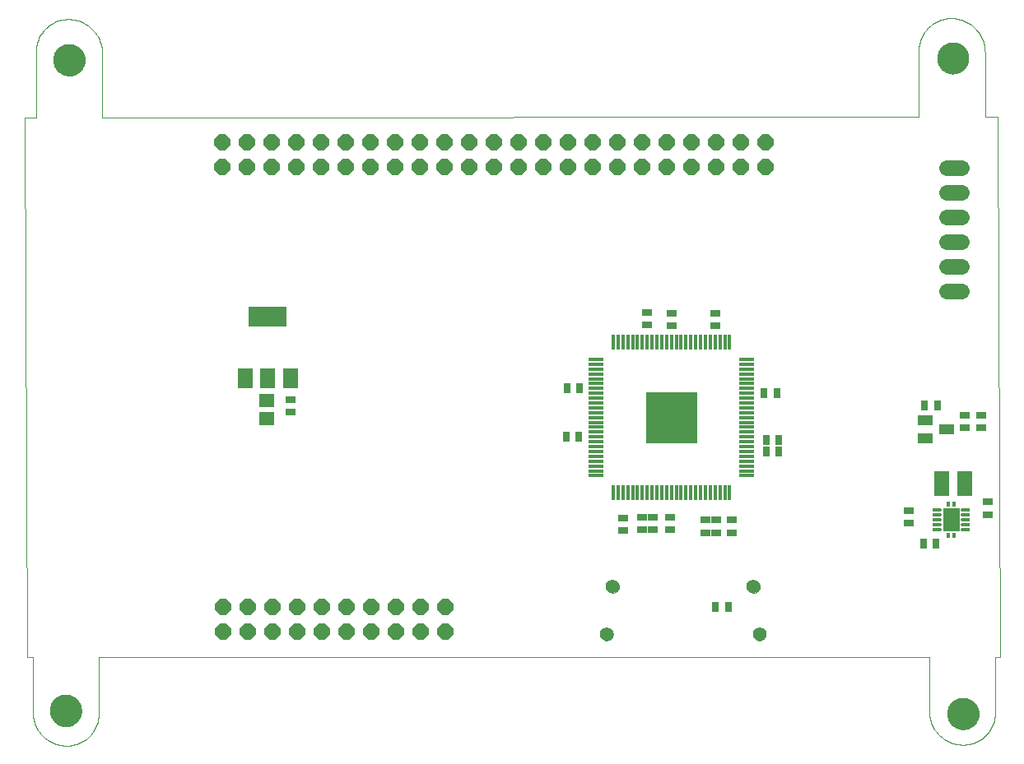
<source format=gts>
G75*
G70*
%OFA0B0*%
%FSLAX24Y24*%
%IPPOS*%
%LPD*%
%AMOC8*
5,1,8,0,0,1.08239X$1,22.5*
%
%ADD10C,0.0000*%
%ADD11C,0.1300*%
%ADD12OC8,0.0640*%
%ADD13R,0.0118X0.0236*%
%ADD14R,0.0669X0.0965*%
%ADD15R,0.0299X0.0138*%
%ADD16C,0.0138*%
%ADD17R,0.0591X0.0985*%
%ADD18R,0.0394X0.0316*%
%ADD19R,0.0316X0.0394*%
%ADD20R,0.0591X0.0434*%
%ADD21R,0.0620X0.0150*%
%ADD22R,0.0150X0.0620*%
%ADD23R,0.2090X0.2090*%
%ADD24C,0.0552*%
%ADD25C,0.0640*%
%ADD26R,0.0631X0.0827*%
%ADD27R,0.1536X0.0827*%
%ADD28R,0.0631X0.0552*%
D10*
X001853Y001821D02*
X001923Y001823D01*
X001993Y001829D01*
X002063Y001838D01*
X002132Y001851D01*
X002201Y001868D01*
X002268Y001889D01*
X002334Y001913D01*
X002398Y001941D01*
X002461Y001972D01*
X002523Y002007D01*
X002582Y002045D01*
X002639Y002086D01*
X002694Y002130D01*
X002746Y002177D01*
X002796Y002227D01*
X002843Y002279D01*
X002887Y002334D01*
X002928Y002391D01*
X002966Y002450D01*
X003001Y002512D01*
X003032Y002575D01*
X003060Y002639D01*
X003084Y002705D01*
X003105Y002772D01*
X003122Y002841D01*
X003135Y002910D01*
X003144Y002980D01*
X003150Y003050D01*
X003152Y003120D01*
X003152Y005403D01*
X036774Y005403D01*
X036774Y003238D01*
X036776Y003166D01*
X036782Y003094D01*
X036791Y003022D01*
X036804Y002951D01*
X036821Y002881D01*
X036841Y002812D01*
X036866Y002744D01*
X036893Y002678D01*
X036924Y002612D01*
X036959Y002549D01*
X036996Y002487D01*
X037037Y002428D01*
X037081Y002371D01*
X037128Y002316D01*
X037178Y002264D01*
X037230Y002214D01*
X037285Y002167D01*
X037342Y002123D01*
X037401Y002082D01*
X037463Y002045D01*
X037526Y002010D01*
X037592Y001979D01*
X037658Y001952D01*
X037726Y001927D01*
X037795Y001907D01*
X037865Y001890D01*
X037936Y001877D01*
X038008Y001868D01*
X038080Y001862D01*
X038152Y001860D01*
X037522Y003120D02*
X037524Y003170D01*
X037530Y003220D01*
X037540Y003269D01*
X037554Y003317D01*
X037571Y003364D01*
X037592Y003409D01*
X037617Y003453D01*
X037645Y003494D01*
X037677Y003533D01*
X037711Y003570D01*
X037748Y003604D01*
X037788Y003634D01*
X037830Y003661D01*
X037874Y003685D01*
X037920Y003706D01*
X037967Y003722D01*
X038015Y003735D01*
X038065Y003744D01*
X038114Y003749D01*
X038165Y003750D01*
X038215Y003747D01*
X038264Y003740D01*
X038313Y003729D01*
X038361Y003714D01*
X038407Y003696D01*
X038452Y003674D01*
X038495Y003648D01*
X038536Y003619D01*
X038575Y003587D01*
X038611Y003552D01*
X038643Y003514D01*
X038673Y003474D01*
X038700Y003431D01*
X038723Y003387D01*
X038742Y003341D01*
X038758Y003293D01*
X038770Y003244D01*
X038778Y003195D01*
X038782Y003145D01*
X038782Y003095D01*
X038778Y003045D01*
X038770Y002996D01*
X038758Y002947D01*
X038742Y002899D01*
X038723Y002853D01*
X038700Y002809D01*
X038673Y002766D01*
X038643Y002726D01*
X038611Y002688D01*
X038575Y002653D01*
X038536Y002621D01*
X038495Y002592D01*
X038452Y002566D01*
X038407Y002544D01*
X038361Y002526D01*
X038313Y002511D01*
X038264Y002500D01*
X038215Y002493D01*
X038165Y002490D01*
X038114Y002491D01*
X038065Y002496D01*
X038015Y002505D01*
X037967Y002518D01*
X037920Y002534D01*
X037874Y002555D01*
X037830Y002579D01*
X037788Y002606D01*
X037748Y002636D01*
X037711Y002670D01*
X037677Y002707D01*
X037645Y002746D01*
X037617Y002787D01*
X037592Y002831D01*
X037571Y002876D01*
X037554Y002923D01*
X037540Y002971D01*
X037530Y003020D01*
X037524Y003070D01*
X037522Y003120D01*
X038152Y001860D02*
X038222Y001862D01*
X038292Y001868D01*
X038362Y001877D01*
X038431Y001890D01*
X038500Y001907D01*
X038567Y001928D01*
X038633Y001952D01*
X038697Y001980D01*
X038760Y002011D01*
X038822Y002046D01*
X038881Y002084D01*
X038938Y002125D01*
X038993Y002169D01*
X039045Y002216D01*
X039095Y002266D01*
X039142Y002318D01*
X039186Y002373D01*
X039227Y002430D01*
X039265Y002489D01*
X039300Y002551D01*
X039331Y002614D01*
X039359Y002678D01*
X039383Y002744D01*
X039404Y002811D01*
X039421Y002880D01*
X039434Y002949D01*
X039443Y003019D01*
X039449Y003089D01*
X039451Y003159D01*
X039452Y003159D02*
X039452Y005403D01*
X039649Y005403D01*
X039550Y027332D01*
X039038Y027332D01*
X039038Y029931D01*
X037109Y029694D02*
X037111Y029744D01*
X037117Y029794D01*
X037127Y029843D01*
X037141Y029891D01*
X037158Y029938D01*
X037179Y029983D01*
X037204Y030027D01*
X037232Y030068D01*
X037264Y030107D01*
X037298Y030144D01*
X037335Y030178D01*
X037375Y030208D01*
X037417Y030235D01*
X037461Y030259D01*
X037507Y030280D01*
X037554Y030296D01*
X037602Y030309D01*
X037652Y030318D01*
X037701Y030323D01*
X037752Y030324D01*
X037802Y030321D01*
X037851Y030314D01*
X037900Y030303D01*
X037948Y030288D01*
X037994Y030270D01*
X038039Y030248D01*
X038082Y030222D01*
X038123Y030193D01*
X038162Y030161D01*
X038198Y030126D01*
X038230Y030088D01*
X038260Y030048D01*
X038287Y030005D01*
X038310Y029961D01*
X038329Y029915D01*
X038345Y029867D01*
X038357Y029818D01*
X038365Y029769D01*
X038369Y029719D01*
X038369Y029669D01*
X038365Y029619D01*
X038357Y029570D01*
X038345Y029521D01*
X038329Y029473D01*
X038310Y029427D01*
X038287Y029383D01*
X038260Y029340D01*
X038230Y029300D01*
X038198Y029262D01*
X038162Y029227D01*
X038123Y029195D01*
X038082Y029166D01*
X038039Y029140D01*
X037994Y029118D01*
X037948Y029100D01*
X037900Y029085D01*
X037851Y029074D01*
X037802Y029067D01*
X037752Y029064D01*
X037701Y029065D01*
X037652Y029070D01*
X037602Y029079D01*
X037554Y029092D01*
X037507Y029108D01*
X037461Y029129D01*
X037417Y029153D01*
X037375Y029180D01*
X037335Y029210D01*
X037298Y029244D01*
X037264Y029281D01*
X037232Y029320D01*
X037204Y029361D01*
X037179Y029405D01*
X037158Y029450D01*
X037141Y029497D01*
X037127Y029545D01*
X037117Y029594D01*
X037111Y029644D01*
X037109Y029694D01*
X036361Y030009D02*
X036361Y027332D01*
X003290Y027293D01*
X003290Y029891D01*
X001322Y029616D02*
X001324Y029666D01*
X001330Y029716D01*
X001340Y029765D01*
X001354Y029813D01*
X001371Y029860D01*
X001392Y029905D01*
X001417Y029949D01*
X001445Y029990D01*
X001477Y030029D01*
X001511Y030066D01*
X001548Y030100D01*
X001588Y030130D01*
X001630Y030157D01*
X001674Y030181D01*
X001720Y030202D01*
X001767Y030218D01*
X001815Y030231D01*
X001865Y030240D01*
X001914Y030245D01*
X001965Y030246D01*
X002015Y030243D01*
X002064Y030236D01*
X002113Y030225D01*
X002161Y030210D01*
X002207Y030192D01*
X002252Y030170D01*
X002295Y030144D01*
X002336Y030115D01*
X002375Y030083D01*
X002411Y030048D01*
X002443Y030010D01*
X002473Y029970D01*
X002500Y029927D01*
X002523Y029883D01*
X002542Y029837D01*
X002558Y029789D01*
X002570Y029740D01*
X002578Y029691D01*
X002582Y029641D01*
X002582Y029591D01*
X002578Y029541D01*
X002570Y029492D01*
X002558Y029443D01*
X002542Y029395D01*
X002523Y029349D01*
X002500Y029305D01*
X002473Y029262D01*
X002443Y029222D01*
X002411Y029184D01*
X002375Y029149D01*
X002336Y029117D01*
X002295Y029088D01*
X002252Y029062D01*
X002207Y029040D01*
X002161Y029022D01*
X002113Y029007D01*
X002064Y028996D01*
X002015Y028989D01*
X001965Y028986D01*
X001914Y028987D01*
X001865Y028992D01*
X001815Y029001D01*
X001767Y029014D01*
X001720Y029030D01*
X001674Y029051D01*
X001630Y029075D01*
X001588Y029102D01*
X001548Y029132D01*
X001511Y029166D01*
X001477Y029203D01*
X001445Y029242D01*
X001417Y029283D01*
X001392Y029327D01*
X001371Y029372D01*
X001354Y029419D01*
X001340Y029467D01*
X001330Y029516D01*
X001324Y029566D01*
X001322Y029616D01*
X001912Y031269D02*
X001984Y031267D01*
X002056Y031261D01*
X002128Y031252D01*
X002199Y031239D01*
X002269Y031222D01*
X002338Y031202D01*
X002406Y031177D01*
X002472Y031150D01*
X002538Y031119D01*
X002601Y031084D01*
X002663Y031047D01*
X002722Y031006D01*
X002779Y030962D01*
X002834Y030915D01*
X002886Y030865D01*
X002936Y030813D01*
X002983Y030758D01*
X003027Y030701D01*
X003068Y030642D01*
X003105Y030580D01*
X003140Y030517D01*
X003171Y030451D01*
X003198Y030385D01*
X003223Y030317D01*
X003243Y030248D01*
X003260Y030178D01*
X003273Y030107D01*
X003282Y030035D01*
X003288Y029963D01*
X003290Y029891D01*
X001912Y031269D02*
X001842Y031267D01*
X001772Y031261D01*
X001702Y031252D01*
X001633Y031239D01*
X001564Y031222D01*
X001497Y031201D01*
X001431Y031177D01*
X001367Y031149D01*
X001304Y031118D01*
X001242Y031083D01*
X001183Y031045D01*
X001126Y031004D01*
X001071Y030960D01*
X001019Y030913D01*
X000969Y030863D01*
X000922Y030811D01*
X000878Y030756D01*
X000837Y030699D01*
X000799Y030640D01*
X000764Y030578D01*
X000733Y030515D01*
X000705Y030451D01*
X000681Y030385D01*
X000660Y030318D01*
X000643Y030249D01*
X000630Y030180D01*
X000621Y030110D01*
X000615Y030040D01*
X000613Y029970D01*
X000613Y027293D01*
X000141Y027293D01*
X000239Y005403D01*
X000475Y005403D01*
X000475Y003198D01*
X001184Y003238D02*
X001186Y003288D01*
X001192Y003338D01*
X001202Y003387D01*
X001216Y003435D01*
X001233Y003482D01*
X001254Y003527D01*
X001279Y003571D01*
X001307Y003612D01*
X001339Y003651D01*
X001373Y003688D01*
X001410Y003722D01*
X001450Y003752D01*
X001492Y003779D01*
X001536Y003803D01*
X001582Y003824D01*
X001629Y003840D01*
X001677Y003853D01*
X001727Y003862D01*
X001776Y003867D01*
X001827Y003868D01*
X001877Y003865D01*
X001926Y003858D01*
X001975Y003847D01*
X002023Y003832D01*
X002069Y003814D01*
X002114Y003792D01*
X002157Y003766D01*
X002198Y003737D01*
X002237Y003705D01*
X002273Y003670D01*
X002305Y003632D01*
X002335Y003592D01*
X002362Y003549D01*
X002385Y003505D01*
X002404Y003459D01*
X002420Y003411D01*
X002432Y003362D01*
X002440Y003313D01*
X002444Y003263D01*
X002444Y003213D01*
X002440Y003163D01*
X002432Y003114D01*
X002420Y003065D01*
X002404Y003017D01*
X002385Y002971D01*
X002362Y002927D01*
X002335Y002884D01*
X002305Y002844D01*
X002273Y002806D01*
X002237Y002771D01*
X002198Y002739D01*
X002157Y002710D01*
X002114Y002684D01*
X002069Y002662D01*
X002023Y002644D01*
X001975Y002629D01*
X001926Y002618D01*
X001877Y002611D01*
X001827Y002608D01*
X001776Y002609D01*
X001727Y002614D01*
X001677Y002623D01*
X001629Y002636D01*
X001582Y002652D01*
X001536Y002673D01*
X001492Y002697D01*
X001450Y002724D01*
X001410Y002754D01*
X001373Y002788D01*
X001339Y002825D01*
X001307Y002864D01*
X001279Y002905D01*
X001254Y002949D01*
X001233Y002994D01*
X001216Y003041D01*
X001202Y003089D01*
X001192Y003138D01*
X001186Y003188D01*
X001184Y003238D01*
X000475Y003198D02*
X000477Y003126D01*
X000483Y003054D01*
X000492Y002982D01*
X000505Y002911D01*
X000522Y002841D01*
X000542Y002772D01*
X000567Y002704D01*
X000594Y002638D01*
X000625Y002572D01*
X000660Y002509D01*
X000697Y002447D01*
X000738Y002388D01*
X000782Y002331D01*
X000829Y002276D01*
X000879Y002224D01*
X000931Y002174D01*
X000986Y002127D01*
X001043Y002083D01*
X001102Y002042D01*
X001164Y002005D01*
X001227Y001970D01*
X001293Y001939D01*
X001359Y001912D01*
X001427Y001887D01*
X001496Y001867D01*
X001566Y001850D01*
X001637Y001837D01*
X001709Y001828D01*
X001781Y001822D01*
X001853Y001820D01*
X023467Y006348D02*
X023469Y006379D01*
X023475Y006410D01*
X023484Y006440D01*
X023497Y006469D01*
X023514Y006496D01*
X023534Y006520D01*
X023556Y006542D01*
X023582Y006561D01*
X023609Y006577D01*
X023638Y006589D01*
X023668Y006598D01*
X023699Y006603D01*
X023731Y006604D01*
X023762Y006601D01*
X023793Y006594D01*
X023823Y006584D01*
X023851Y006570D01*
X023877Y006552D01*
X023901Y006532D01*
X023922Y006508D01*
X023941Y006483D01*
X023956Y006455D01*
X023967Y006426D01*
X023975Y006395D01*
X023979Y006364D01*
X023979Y006332D01*
X023975Y006301D01*
X023967Y006270D01*
X023956Y006241D01*
X023941Y006213D01*
X023922Y006188D01*
X023901Y006164D01*
X023877Y006144D01*
X023851Y006126D01*
X023823Y006112D01*
X023793Y006102D01*
X023762Y006095D01*
X023731Y006092D01*
X023699Y006093D01*
X023668Y006098D01*
X023638Y006107D01*
X023609Y006119D01*
X023582Y006135D01*
X023556Y006154D01*
X023534Y006176D01*
X023514Y006200D01*
X023497Y006227D01*
X023484Y006256D01*
X023475Y006286D01*
X023469Y006317D01*
X023467Y006348D01*
X023704Y008277D02*
X023706Y008308D01*
X023712Y008339D01*
X023721Y008369D01*
X023734Y008398D01*
X023751Y008425D01*
X023771Y008449D01*
X023793Y008471D01*
X023819Y008490D01*
X023846Y008506D01*
X023875Y008518D01*
X023905Y008527D01*
X023936Y008532D01*
X023968Y008533D01*
X023999Y008530D01*
X024030Y008523D01*
X024060Y008513D01*
X024088Y008499D01*
X024114Y008481D01*
X024138Y008461D01*
X024159Y008437D01*
X024178Y008412D01*
X024193Y008384D01*
X024204Y008355D01*
X024212Y008324D01*
X024216Y008293D01*
X024216Y008261D01*
X024212Y008230D01*
X024204Y008199D01*
X024193Y008170D01*
X024178Y008142D01*
X024159Y008117D01*
X024138Y008093D01*
X024114Y008073D01*
X024088Y008055D01*
X024060Y008041D01*
X024030Y008031D01*
X023999Y008024D01*
X023968Y008021D01*
X023936Y008022D01*
X023905Y008027D01*
X023875Y008036D01*
X023846Y008048D01*
X023819Y008064D01*
X023793Y008083D01*
X023771Y008105D01*
X023751Y008129D01*
X023734Y008156D01*
X023721Y008185D01*
X023712Y008215D01*
X023706Y008246D01*
X023704Y008277D01*
X029412Y008277D02*
X029414Y008308D01*
X029420Y008339D01*
X029429Y008369D01*
X029442Y008398D01*
X029459Y008425D01*
X029479Y008449D01*
X029501Y008471D01*
X029527Y008490D01*
X029554Y008506D01*
X029583Y008518D01*
X029613Y008527D01*
X029644Y008532D01*
X029676Y008533D01*
X029707Y008530D01*
X029738Y008523D01*
X029768Y008513D01*
X029796Y008499D01*
X029822Y008481D01*
X029846Y008461D01*
X029867Y008437D01*
X029886Y008412D01*
X029901Y008384D01*
X029912Y008355D01*
X029920Y008324D01*
X029924Y008293D01*
X029924Y008261D01*
X029920Y008230D01*
X029912Y008199D01*
X029901Y008170D01*
X029886Y008142D01*
X029867Y008117D01*
X029846Y008093D01*
X029822Y008073D01*
X029796Y008055D01*
X029768Y008041D01*
X029738Y008031D01*
X029707Y008024D01*
X029676Y008021D01*
X029644Y008022D01*
X029613Y008027D01*
X029583Y008036D01*
X029554Y008048D01*
X029527Y008064D01*
X029501Y008083D01*
X029479Y008105D01*
X029459Y008129D01*
X029442Y008156D01*
X029429Y008185D01*
X029420Y008215D01*
X029414Y008246D01*
X029412Y008277D01*
X029648Y006348D02*
X029650Y006379D01*
X029656Y006410D01*
X029665Y006440D01*
X029678Y006469D01*
X029695Y006496D01*
X029715Y006520D01*
X029737Y006542D01*
X029763Y006561D01*
X029790Y006577D01*
X029819Y006589D01*
X029849Y006598D01*
X029880Y006603D01*
X029912Y006604D01*
X029943Y006601D01*
X029974Y006594D01*
X030004Y006584D01*
X030032Y006570D01*
X030058Y006552D01*
X030082Y006532D01*
X030103Y006508D01*
X030122Y006483D01*
X030137Y006455D01*
X030148Y006426D01*
X030156Y006395D01*
X030160Y006364D01*
X030160Y006332D01*
X030156Y006301D01*
X030148Y006270D01*
X030137Y006241D01*
X030122Y006213D01*
X030103Y006188D01*
X030082Y006164D01*
X030058Y006144D01*
X030032Y006126D01*
X030004Y006112D01*
X029974Y006102D01*
X029943Y006095D01*
X029912Y006092D01*
X029880Y006093D01*
X029849Y006098D01*
X029819Y006107D01*
X029790Y006119D01*
X029763Y006135D01*
X029737Y006154D01*
X029715Y006176D01*
X029695Y006200D01*
X029678Y006227D01*
X029665Y006256D01*
X029656Y006286D01*
X029650Y006317D01*
X029648Y006348D01*
X039038Y029931D02*
X039036Y030003D01*
X039030Y030075D01*
X039021Y030147D01*
X039008Y030218D01*
X038991Y030288D01*
X038971Y030357D01*
X038946Y030425D01*
X038919Y030491D01*
X038888Y030557D01*
X038853Y030620D01*
X038816Y030682D01*
X038775Y030741D01*
X038731Y030798D01*
X038684Y030853D01*
X038634Y030905D01*
X038582Y030955D01*
X038527Y031002D01*
X038470Y031046D01*
X038411Y031087D01*
X038349Y031124D01*
X038286Y031159D01*
X038220Y031190D01*
X038154Y031217D01*
X038086Y031242D01*
X038017Y031262D01*
X037947Y031279D01*
X037876Y031292D01*
X037804Y031301D01*
X037732Y031307D01*
X037660Y031309D01*
X037660Y031308D02*
X037590Y031306D01*
X037520Y031300D01*
X037450Y031291D01*
X037381Y031278D01*
X037312Y031261D01*
X037245Y031240D01*
X037179Y031216D01*
X037115Y031188D01*
X037052Y031157D01*
X036990Y031122D01*
X036931Y031084D01*
X036874Y031043D01*
X036819Y030999D01*
X036767Y030952D01*
X036717Y030902D01*
X036670Y030850D01*
X036626Y030795D01*
X036585Y030738D01*
X036547Y030679D01*
X036512Y030617D01*
X036481Y030554D01*
X036453Y030490D01*
X036429Y030424D01*
X036408Y030357D01*
X036391Y030288D01*
X036378Y030219D01*
X036369Y030149D01*
X036363Y030079D01*
X036361Y030009D01*
D11*
X037739Y029694D03*
X038152Y003120D03*
X001814Y003238D03*
X001952Y029616D03*
D12*
X008137Y026297D03*
X009137Y026297D03*
X010137Y026297D03*
X011137Y026297D03*
X012137Y026297D03*
X013137Y026297D03*
X014137Y026297D03*
X015137Y026297D03*
X016137Y026297D03*
X017137Y026297D03*
X018137Y026297D03*
X019137Y026297D03*
X020137Y026297D03*
X021137Y026297D03*
X022137Y026297D03*
X023137Y026297D03*
X024137Y026297D03*
X025137Y026297D03*
X026137Y026297D03*
X027137Y026297D03*
X028137Y026297D03*
X029137Y026297D03*
X030137Y026297D03*
X030137Y025297D03*
X029137Y025297D03*
X028137Y025297D03*
X027137Y025297D03*
X026137Y025297D03*
X025137Y025297D03*
X024137Y025297D03*
X023137Y025297D03*
X022137Y025297D03*
X021137Y025297D03*
X020137Y025297D03*
X019137Y025297D03*
X018137Y025297D03*
X017137Y025297D03*
X016137Y025297D03*
X015137Y025297D03*
X014137Y025297D03*
X013137Y025297D03*
X012137Y025297D03*
X011137Y025297D03*
X010137Y025297D03*
X009137Y025297D03*
X008137Y025297D03*
X008180Y007439D03*
X009180Y007439D03*
X010180Y007439D03*
X011180Y007439D03*
X012180Y007439D03*
X013180Y007439D03*
X014180Y007439D03*
X015180Y007439D03*
X016180Y007439D03*
X017180Y007439D03*
X017180Y006439D03*
X016180Y006439D03*
X015180Y006439D03*
X014180Y006439D03*
X013180Y006439D03*
X012180Y006439D03*
X011180Y006439D03*
X010180Y006439D03*
X009180Y006439D03*
X008180Y006439D03*
D13*
X037562Y010337D03*
X037779Y010337D03*
X037779Y011617D03*
X037562Y011617D03*
D14*
X037671Y010977D03*
D15*
X038279Y010977D03*
X038279Y011174D03*
X038279Y011371D03*
X038279Y010780D03*
X038279Y010583D03*
X037062Y010583D03*
X037062Y010780D03*
X037062Y010977D03*
X037062Y011174D03*
X037062Y011371D03*
D16*
X037212Y011371D03*
X037212Y011174D03*
X037212Y010977D03*
X037212Y010780D03*
X037212Y010583D03*
X038129Y010583D03*
X038129Y010780D03*
X038129Y010977D03*
X038129Y011174D03*
X038129Y011371D03*
D17*
X038222Y012434D03*
X037277Y012434D03*
D18*
X035938Y011351D03*
X035938Y010839D03*
X039167Y011193D03*
X039167Y011705D03*
X038900Y014714D03*
X038900Y015226D03*
X038231Y015226D03*
X038231Y014714D03*
X028782Y010974D03*
X028782Y010462D03*
X028152Y010462D03*
X027719Y010462D03*
X027719Y010974D03*
X028152Y010974D03*
X026302Y011092D03*
X025593Y011092D03*
X025160Y011092D03*
X024373Y011053D03*
X024373Y010541D03*
X025160Y010580D03*
X025593Y010580D03*
X026302Y010580D03*
X026341Y018848D03*
X026341Y019360D03*
X025357Y019399D03*
X025357Y018887D03*
X028113Y018848D03*
X028113Y019360D03*
X010908Y015856D03*
X010908Y015344D03*
D19*
X022070Y014340D03*
X022582Y014340D03*
X022621Y016309D03*
X022109Y016309D03*
X030101Y016112D03*
X030613Y016112D03*
X030692Y014222D03*
X030180Y014222D03*
X030180Y013750D03*
X030692Y013750D03*
X036597Y015600D03*
X037109Y015600D03*
X037060Y010032D03*
X036549Y010032D03*
X028645Y007450D03*
X028133Y007450D03*
D20*
X036617Y014281D03*
X036617Y015029D03*
X037483Y014655D03*
D21*
X029381Y014738D03*
X029381Y014928D03*
X029381Y015128D03*
X029381Y015328D03*
X029381Y015518D03*
X029381Y015718D03*
X029381Y015918D03*
X029381Y016108D03*
X029381Y016308D03*
X029381Y016508D03*
X029381Y016698D03*
X029381Y016898D03*
X029381Y017098D03*
X029381Y017298D03*
X029381Y017488D03*
X029381Y014538D03*
X029381Y014338D03*
X029381Y014148D03*
X029381Y013948D03*
X029381Y013748D03*
X029381Y013558D03*
X029381Y013358D03*
X029381Y013158D03*
X029381Y012958D03*
X029381Y012768D03*
X023301Y012768D03*
X023301Y012958D03*
X023301Y013158D03*
X023301Y013358D03*
X023301Y013558D03*
X023301Y013748D03*
X023301Y013948D03*
X023301Y014148D03*
X023301Y014338D03*
X023301Y014538D03*
X023301Y014738D03*
X023301Y014928D03*
X023301Y015128D03*
X023301Y015328D03*
X023301Y015518D03*
X023301Y015718D03*
X023301Y015918D03*
X023301Y016108D03*
X023301Y016308D03*
X023301Y016508D03*
X023301Y016698D03*
X023301Y016898D03*
X023301Y017098D03*
X023301Y017298D03*
X023301Y017488D03*
D22*
X023981Y018168D03*
X024171Y018168D03*
X024371Y018168D03*
X024571Y018168D03*
X024771Y018168D03*
X024961Y018168D03*
X025161Y018168D03*
X025361Y018168D03*
X025551Y018168D03*
X025751Y018168D03*
X025951Y018168D03*
X026141Y018168D03*
X026341Y018168D03*
X026541Y018168D03*
X026731Y018168D03*
X026931Y018168D03*
X027131Y018168D03*
X027321Y018168D03*
X027521Y018168D03*
X027721Y018168D03*
X027911Y018168D03*
X028111Y018168D03*
X028311Y018168D03*
X028511Y018168D03*
X028701Y018168D03*
X028701Y012088D03*
X028511Y012088D03*
X028311Y012088D03*
X028111Y012088D03*
X027911Y012088D03*
X027721Y012088D03*
X027521Y012088D03*
X027321Y012088D03*
X027131Y012088D03*
X026931Y012088D03*
X026731Y012088D03*
X026541Y012088D03*
X026341Y012088D03*
X026141Y012088D03*
X025951Y012088D03*
X025751Y012088D03*
X025551Y012088D03*
X025361Y012088D03*
X025161Y012088D03*
X024961Y012088D03*
X024771Y012088D03*
X024571Y012088D03*
X024371Y012088D03*
X024171Y012088D03*
X023981Y012088D03*
D23*
X026351Y015108D03*
D24*
X023960Y008277D03*
X023723Y006348D03*
X029904Y006348D03*
X029668Y008277D03*
D25*
X037498Y020265D02*
X038098Y020265D01*
X038098Y021265D02*
X037498Y021265D01*
X037498Y022265D02*
X038098Y022265D01*
X038098Y023265D02*
X037498Y023265D01*
X037498Y024265D02*
X038098Y024265D01*
X038098Y025265D02*
X037498Y025265D01*
D26*
X010908Y016722D03*
X010003Y016722D03*
X009097Y016722D03*
D27*
X010003Y019202D03*
D28*
X009963Y015817D03*
X009963Y015069D03*
M02*

</source>
